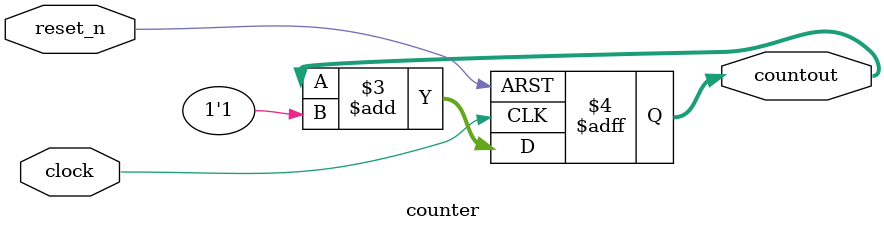
<source format=v>
module counter (input clock, input reset_n, output reg [7:0] countout);

always @ (posedge clock, negedge reset_n)
    if (reset_n == 1'b0)
        countout <= 8'b0;
    else
        countout <= countout + 1'b1;

endmodule
</source>
